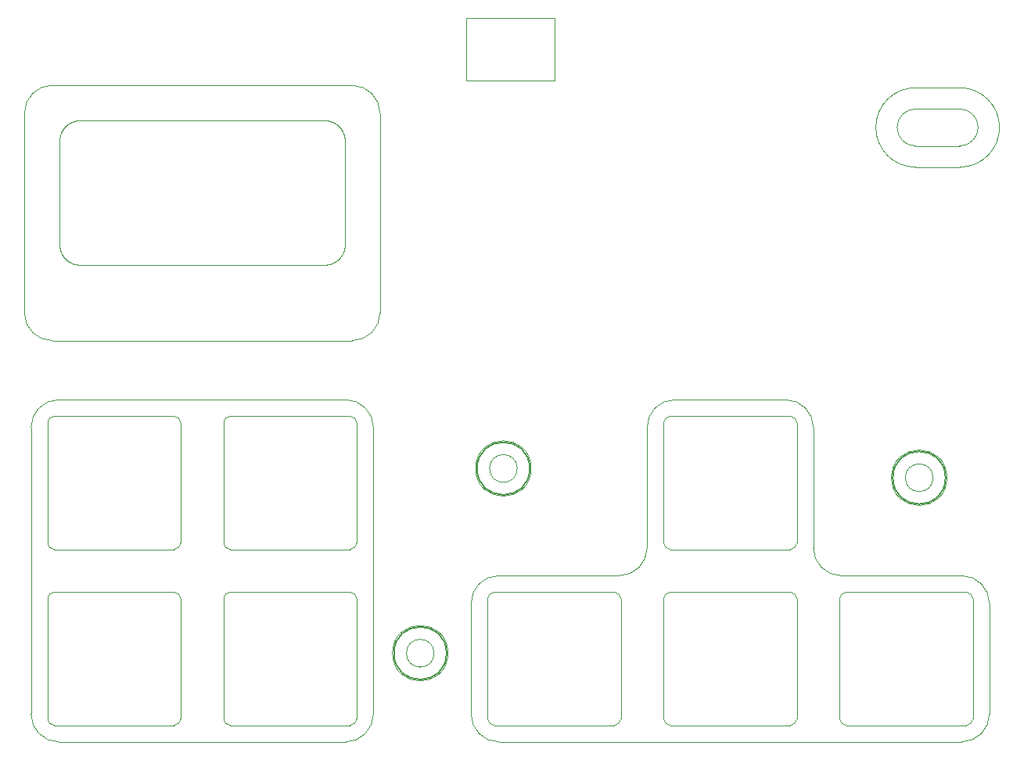
<source format=gbr>
%TF.GenerationSoftware,KiCad,Pcbnew,(6.0.8)*%
%TF.CreationDate,2022-10-08T21:09:11+11:00*%
%TF.ProjectId,KEEBPAD-MK,4b454542-5041-4442-9d4d-4b2e6b696361,1.0.0*%
%TF.SameCoordinates,PX8f0d180PY8f0d180*%
%TF.FileFunction,Other,Comment*%
%FSLAX46Y46*%
G04 Gerber Fmt 4.6, Leading zero omitted, Abs format (unit mm)*
G04 Created by KiCad (PCBNEW (6.0.8)) date 2022-10-08 21:09:11*
%MOMM*%
%LPD*%
G01*
G04 APERTURE LIST*
%ADD10C,0.010000*%
%ADD11C,0.150000*%
G04 APERTURE END LIST*
D10*
%TO.C,B1*%
X-3499999Y-26600000D02*
X-3499999Y-14600000D01*
X-14074999Y-26600000D02*
X-14074999Y4450000D01*
X-4062499Y48775000D02*
X-4062499Y42000001D01*
X-34924999Y4950000D02*
X-34924999Y-8050000D01*
X-19359999Y37688054D02*
X-45839999Y37688054D01*
X17350001Y-8050000D02*
X17350001Y4950000D01*
X49391900Y32632416D02*
X44608229Y32632416D01*
X50100001Y-27799999D02*
X37100001Y-27800000D01*
X37100001Y-13400000D02*
X50100001Y-13400000D01*
X18050001Y-13400000D02*
X31050001Y-13400000D01*
X-34924999Y-14100000D02*
X-34924999Y-27100000D01*
X36400001Y-27100001D02*
X36400001Y-14099999D01*
X-49324999Y-8050000D02*
X-49324999Y4950000D01*
X31050001Y-8750000D02*
X18050001Y-8750000D01*
X52600001Y-14600000D02*
X52600001Y-26600000D01*
X17350001Y-27100000D02*
X17350001Y-14100000D01*
X-16574999Y-27800000D02*
X-29574999Y-27799999D01*
X-499999Y-11600000D02*
X12550001Y-11600000D01*
X31750001Y4950000D02*
X31750001Y-8050000D01*
X-17159999Y24277835D02*
X-17159999Y24250000D01*
X-17074999Y7450000D02*
X-48124999Y7450000D01*
X-48624999Y-13400000D02*
X-35624999Y-13400000D01*
X-1699999Y-27100000D02*
X-1699999Y-14100000D01*
X-48039999Y35490000D02*
X-48040000Y24277835D01*
X31050001Y-27800000D02*
X18050001Y-27800000D01*
X31750001Y-14100000D02*
X31750001Y-27100000D01*
X18050001Y5650000D02*
X31050001Y5650000D01*
X-17159999Y24277835D02*
X-17159999Y35490000D01*
X-51839999Y16850000D02*
X-51839999Y38490000D01*
X-16359999Y13850000D02*
X-48839999Y13850000D01*
X49391899Y34932416D02*
X44608229Y34932416D01*
X-35624999Y-8750000D02*
X-48624999Y-8750000D01*
X-45839999Y22051946D02*
X-19359999Y22051946D01*
X-13359999Y38490000D02*
X-13359999Y16850000D01*
X5537501Y48774999D02*
X5537501Y42000000D01*
X-16574999Y-8750000D02*
X-29574999Y-8750000D01*
X12000001Y-27800000D02*
X-999999Y-27800000D01*
X-49324999Y-27100000D02*
X-49324999Y-14100000D01*
X-48124999Y-29600000D02*
X-17075000Y-29600000D01*
X-51124999Y4450000D02*
X-51124999Y-26600000D01*
X-29574998Y5650000D02*
X-16574999Y5650000D01*
X-15874999Y-14099999D02*
X-15874999Y-27100001D01*
X33550001Y4450000D02*
X33550001Y-8600000D01*
X12700001Y-14100000D02*
X12700001Y-27100000D01*
X44608229Y41232416D02*
X49391900Y41232416D01*
X3537501Y48775000D02*
X5537501Y48774999D01*
X-48840000Y41490000D02*
X-16359999Y41490000D01*
X50800001Y-14100000D02*
X50800001Y-27100000D01*
X-29574999Y-13400000D02*
X-16574999Y-13400000D01*
X49600001Y-29600000D02*
X-499999Y-29600000D01*
X-30274999Y-27100000D02*
X-30274999Y-14100000D01*
X-30274999Y-8050000D02*
X-30274999Y4950000D01*
X-48039999Y24250000D02*
X-48040000Y24277835D01*
X-999999Y-13400000D02*
X12000001Y-13400000D01*
X3537501Y48775000D02*
X-2062499Y48775000D01*
X18550001Y7450000D02*
X30550001Y7450000D01*
X-4062499Y48775000D02*
X-2062499Y48775000D01*
X36550000Y-11600000D02*
X49600001Y-11600000D01*
X-35624999Y-27799999D02*
X-48624999Y-27799999D01*
X-15874999Y4950000D02*
X-15874999Y-8049999D01*
X-48625000Y5650000D02*
X-35624998Y5650000D01*
X-4062499Y42000001D02*
X5537501Y42000001D01*
X44608229Y38932416D02*
X49391899Y38932416D01*
X15550001Y-8600000D02*
X15550001Y4450000D01*
X18050001Y-13400000D02*
G75*
G03*
X17350001Y-14100000I3J-700003D01*
G01*
X17350001Y-27100000D02*
G75*
G03*
X18050001Y-27800000I699999J-1D01*
G01*
X50800001Y-14100000D02*
G75*
G03*
X50100001Y-13400000I-700003J-3D01*
G01*
X-34925000Y-14100000D02*
G75*
G03*
X-35624999Y-13400000I-700000J0D01*
G01*
X49391899Y34932416D02*
G75*
G03*
X49391899Y38932416I17J2000000D01*
G01*
X-17075000Y-29600001D02*
G75*
G03*
X-14074999Y-26600000I0J3000001D01*
G01*
X-29574999Y-13400001D02*
G75*
G03*
X-30274999Y-14100000I-1J-699999D01*
G01*
X-30275000Y-8050000D02*
G75*
G03*
X-29574999Y-8750000I700000J0D01*
G01*
X-48624999Y-13400001D02*
G75*
G03*
X-49324999Y-14100000I-1J-699999D01*
G01*
X37100001Y-13400000D02*
G75*
G03*
X36400001Y-14099999I1J-700001D01*
G01*
X52600001Y-14600000D02*
G75*
G03*
X49600001Y-11600000I-3000001J-1D01*
G01*
X-15875000Y4950000D02*
G75*
G03*
X-16574999Y5650000I-700000J0D01*
G01*
X18550001Y7450000D02*
G75*
G03*
X15550001Y4450000I1J-3000001D01*
G01*
X-999999Y-13400000D02*
G75*
G03*
X-1699999Y-14100000I3J-700003D01*
G01*
X44608229Y41232416D02*
G75*
G03*
X44608229Y32632416I-3J-4300000D01*
G01*
X-16574999Y-8750001D02*
G75*
G03*
X-15874999Y-8049999I-1J700001D01*
G01*
X-51125000Y-26600000D02*
G75*
G03*
X-48124999Y-29600000I3000000J0D01*
G01*
X12700001Y-14100000D02*
G75*
G03*
X12000001Y-13400000I-700003J-3D01*
G01*
X-16574999Y-27800001D02*
G75*
G03*
X-15874999Y-27100001I-1J700001D01*
G01*
X33550001Y-8600000D02*
G75*
G03*
X36550000Y-11600000I2999999J-1D01*
G01*
X31750001Y-14100000D02*
G75*
G03*
X31050001Y-13400000I-700003J-3D01*
G01*
X-49325000Y-8050000D02*
G75*
G03*
X-48624999Y-8750000I700000J0D01*
G01*
X-1700000Y-27100000D02*
G75*
G03*
X-999999Y-27800000I700000J0D01*
G01*
X36400001Y-27100001D02*
G75*
G03*
X37100001Y-27800000I699999J0D01*
G01*
X-48124999Y7449999D02*
G75*
G03*
X-51124999Y4450000I-1J-2999999D01*
G01*
X-30274999Y-27100000D02*
G75*
G03*
X-29574999Y-27799999I699999J0D01*
G01*
X-3500000Y-26600000D02*
G75*
G03*
X-499999Y-29600000I3000000J0D01*
G01*
X-499999Y-11600000D02*
G75*
G03*
X-3499999Y-14600000I1J-3000001D01*
G01*
X12550001Y-11600000D02*
G75*
G03*
X15550001Y-8600000I2J2999998D01*
G01*
X-15875000Y-14099999D02*
G75*
G03*
X-16574999Y-13400000I-700000J-1D01*
G01*
X-29574998Y5649999D02*
G75*
G03*
X-30274999Y4950000I-2J-699999D01*
G01*
X-35624999Y-27800001D02*
G75*
G03*
X-34924999Y-27100000I-1J700001D01*
G01*
X12000001Y-27800000D02*
G75*
G03*
X12700001Y-27100000I1J699999D01*
G01*
X-48625000Y5649999D02*
G75*
G03*
X-49324999Y4950000I0J-699999D01*
G01*
X18050001Y5650000D02*
G75*
G03*
X17350001Y4950000I3J-700003D01*
G01*
X44608229Y38932416D02*
G75*
G03*
X44608229Y34932416I-13J-2000000D01*
G01*
X-35624999Y-8750001D02*
G75*
G03*
X-34924999Y-8050000I-1J700001D01*
G01*
X31050001Y-27800000D02*
G75*
G03*
X31750001Y-27100000I1J699999D01*
G01*
X-14075000Y4450000D02*
G75*
G03*
X-17074999Y7450000I-3000000J0D01*
G01*
X33550001Y4450000D02*
G75*
G03*
X30550001Y7450000I-3000001J-1D01*
G01*
X17350001Y-8050000D02*
G75*
G03*
X18050001Y-8750000I699999J-1D01*
G01*
X-34925000Y4950000D02*
G75*
G03*
X-35624998Y5650000I-700000J0D01*
G01*
X49391900Y32632416D02*
G75*
G03*
X49391900Y41232416I16J4300000D01*
G01*
X-49324999Y-27100000D02*
G75*
G03*
X-48624999Y-27799999I699999J0D01*
G01*
X50100001Y-27799999D02*
G75*
G03*
X50800001Y-27100000I3J699997D01*
G01*
X-48840000Y41489999D02*
G75*
G03*
X-51839999Y38490000I0J-2999999D01*
G01*
X-16359999Y13849999D02*
G75*
G03*
X-13359999Y16850000I-1J3000001D01*
G01*
X49600001Y-29600000D02*
G75*
G03*
X52600001Y-26600000I2J2999998D01*
G01*
X-13360000Y38490000D02*
G75*
G03*
X-16359999Y41490000I-3000000J0D01*
G01*
X31750001Y4950000D02*
G75*
G03*
X31050001Y5650000I-700003J-3D01*
G01*
X31050001Y-8750000D02*
G75*
G03*
X31750001Y-8050000I1J699999D01*
G01*
X-51840000Y16850000D02*
G75*
G03*
X-48839999Y13850000I3000000J0D01*
G01*
X46500001Y-1000000D02*
G75*
G03*
X46500001Y-1000000I-1500000J0D01*
G01*
X3000000Y0D02*
G75*
G03*
X3000000Y0I-3000000J0D01*
G01*
X-6000000Y-20000000D02*
G75*
G03*
X-6000000Y-20000000I-3000000J0D01*
G01*
X48000001Y-1000000D02*
G75*
G03*
X48000001Y-1000000I-3000000J0D01*
G01*
X-7500000Y-20000000D02*
G75*
G03*
X-7500000Y-20000000I-1500000J0D01*
G01*
X1500000Y0D02*
G75*
G03*
X1500000Y0I-1500000J0D01*
G01*
X-17413734Y23225208D02*
X-17423432Y23207032D01*
X-17433301Y23188948D01*
X-17443339Y23170957D01*
X-17453547Y23153061D01*
X-17463923Y23135262D01*
X-17474465Y23117560D01*
X-17485174Y23099957D01*
X-17496047Y23082456D01*
X-17507084Y23065056D01*
X-17518284Y23047761D01*
X-17529645Y23030570D01*
X-17541167Y23013486D01*
X-17552848Y22996510D01*
X-17564687Y22979643D01*
X-17576684Y22962887D01*
X-17588837Y22946244D01*
X-17601146Y22929715D01*
X-17613608Y22913301D01*
X-17626224Y22897003D01*
X-17638992Y22880824D01*
X-17651910Y22864765D01*
X-17664979Y22848827D01*
X-17678196Y22833011D01*
X-17691561Y22817320D01*
X-17705073Y22801754D01*
X-17718731Y22786315D01*
X-17732533Y22771004D01*
X-17746478Y22755823D01*
X-17760566Y22740774D01*
X-17774796Y22725857D01*
X-17789165Y22711075D01*
X-17803674Y22696428D01*
X-47396324Y37043572D02*
X-47381819Y37057943D01*
X-47367179Y37072178D01*
X-47352407Y37086276D01*
X-47337504Y37100236D01*
X-47322471Y37114056D01*
X-47307310Y37127737D01*
X-47292022Y37141277D01*
X-47276609Y37154675D01*
X-47261072Y37167929D01*
X-47245412Y37181039D01*
X-47229631Y37194004D01*
X-47213730Y37206822D01*
X-47197711Y37219493D01*
X-47181574Y37232016D01*
X-47165322Y37244388D01*
X-47148956Y37256611D01*
X-47132478Y37268681D01*
X-47115887Y37280599D01*
X-47099187Y37292364D01*
X-47082379Y37303973D01*
X-47065463Y37315427D01*
X-47048442Y37326723D01*
X-47031316Y37337862D01*
X-47014088Y37348842D01*
X-46996758Y37359661D01*
X-46979327Y37370320D01*
X-46961799Y37380816D01*
X-46944173Y37391149D01*
X-46926451Y37401318D01*
X-46908635Y37411321D01*
X-46890725Y37421158D01*
X-46872724Y37430827D01*
X-19359999Y37688054D02*
X-19326404Y37687793D01*
X-19292817Y37687012D01*
X-19259248Y37685711D01*
X-19225704Y37683893D01*
X-19192192Y37681560D01*
X-19158720Y37678714D01*
X-19125295Y37675357D01*
X-19091926Y37671490D01*
X-19058619Y37667116D01*
X-19025383Y37662236D01*
X-18992224Y37656852D01*
X-18959151Y37650967D01*
X-18926170Y37644582D01*
X-18893290Y37637699D01*
X-18860518Y37630320D01*
X-18827862Y37622447D01*
X-18795329Y37614081D01*
X-18762927Y37605225D01*
X-18730664Y37595881D01*
X-18698546Y37586050D01*
X-18666582Y37575735D01*
X-18634778Y37564937D01*
X-18603144Y37553658D01*
X-18571686Y37541901D01*
X-18540412Y37529666D01*
X-18509329Y37516956D01*
X-18478445Y37503773D01*
X-18447767Y37490119D01*
X-18417304Y37475995D01*
X-18387062Y37461404D01*
X-18357050Y37446348D01*
X-18327274Y37430827D01*
X-17160212Y35520561D02*
X-17160096Y35510534D01*
X-17160052Y35505281D01*
X-48039946Y35505281D02*
X-48039853Y35515309D01*
X-48039786Y35520561D01*
X-48039786Y35520561D02*
X-48039088Y35553106D01*
X-48037900Y35585635D01*
X-48036225Y35618142D01*
X-48034063Y35650620D01*
X-48031417Y35683063D01*
X-48028289Y35715463D01*
X-48024680Y35747813D01*
X-48020592Y35780108D01*
X-48016026Y35812338D01*
X-48010985Y35844499D01*
X-48005471Y35876583D01*
X-47999484Y35908583D01*
X-47993027Y35940492D01*
X-47986101Y35972304D01*
X-47978709Y36004011D01*
X-47970851Y36035607D01*
X-47962530Y36067085D01*
X-47953748Y36098437D01*
X-47944505Y36129658D01*
X-47934805Y36160739D01*
X-47924648Y36191675D01*
X-47914037Y36222459D01*
X-47902972Y36253083D01*
X-47891457Y36283540D01*
X-47879492Y36313825D01*
X-47867080Y36343929D01*
X-47854222Y36373847D01*
X-47840919Y36403570D01*
X-47827174Y36433093D01*
X-47812989Y36462408D01*
X-47798364Y36491509D01*
X-47783302Y36520388D01*
X-48039999Y35490000D02*
X-48039977Y35500029D01*
X-48039946Y35505281D01*
X-17160052Y35505281D02*
X-17160006Y35495253D01*
X-17159999Y35490000D01*
X-47396324Y22696428D02*
X-47410833Y22711075D01*
X-47425203Y22725858D01*
X-47439433Y22740774D01*
X-47453520Y22755824D01*
X-47467466Y22771004D01*
X-47481268Y22786315D01*
X-47494925Y22801754D01*
X-47508437Y22817320D01*
X-47521802Y22833012D01*
X-47535020Y22848827D01*
X-47548088Y22864765D01*
X-47561007Y22880825D01*
X-47573775Y22897004D01*
X-47586390Y22913301D01*
X-47598853Y22929715D01*
X-47611161Y22946244D01*
X-47623314Y22962888D01*
X-47635311Y22979643D01*
X-47647151Y22996510D01*
X-47658832Y23013486D01*
X-47670354Y23030570D01*
X-47681715Y23047761D01*
X-47692915Y23065056D01*
X-47703952Y23082456D01*
X-47714825Y23099958D01*
X-47725534Y23117560D01*
X-47736076Y23135262D01*
X-47746452Y23153061D01*
X-47756660Y23170957D01*
X-47766698Y23188948D01*
X-47776567Y23207032D01*
X-47786264Y23225208D01*
X-18332879Y22306206D02*
X-18362523Y22290862D01*
X-18392399Y22275976D01*
X-18422501Y22261550D01*
X-18452820Y22247587D01*
X-18483350Y22234089D01*
X-18514083Y22221056D01*
X-18545012Y22208492D01*
X-18576128Y22196397D01*
X-18607425Y22184775D01*
X-18638896Y22173626D01*
X-18670532Y22162952D01*
X-18702326Y22152756D01*
X-18734272Y22143039D01*
X-18766360Y22133803D01*
X-18798585Y22125050D01*
X-18830938Y22116782D01*
X-18863413Y22109001D01*
X-18896001Y22101708D01*
X-18928695Y22094906D01*
X-18961488Y22088595D01*
X-18994373Y22082779D01*
X-19027341Y22077459D01*
X-19060386Y22072637D01*
X-19093499Y22068314D01*
X-19126675Y22064493D01*
X-19159904Y22061176D01*
X-19193180Y22058363D01*
X-19226495Y22056058D01*
X-19259842Y22054262D01*
X-19293214Y22052977D01*
X-19326602Y22052204D01*
X-19359999Y22051946D01*
X-47783302Y36520388D02*
X-47773647Y36538363D01*
X-47763824Y36556247D01*
X-47753835Y36574039D01*
X-47743679Y36591737D01*
X-47733360Y36609340D01*
X-47722877Y36626847D01*
X-47712231Y36644256D01*
X-47701424Y36661566D01*
X-47690457Y36678775D01*
X-47679330Y36695883D01*
X-47668045Y36712887D01*
X-47656602Y36729786D01*
X-47645004Y36746579D01*
X-47633250Y36763264D01*
X-47621342Y36779840D01*
X-47609281Y36796305D01*
X-47597068Y36812659D01*
X-47584704Y36828900D01*
X-47572190Y36845025D01*
X-47559527Y36861035D01*
X-47546715Y36876926D01*
X-47533757Y36892699D01*
X-47520653Y36908352D01*
X-47507405Y36923882D01*
X-47494012Y36939290D01*
X-47480477Y36954573D01*
X-47466800Y36969729D01*
X-47452982Y36984759D01*
X-47439024Y36999659D01*
X-47424928Y37014429D01*
X-47410695Y37029067D01*
X-47396324Y37043572D01*
X-17416696Y36520388D02*
X-17401635Y36491509D01*
X-17387010Y36462408D01*
X-17372825Y36433093D01*
X-17359080Y36403570D01*
X-17345777Y36373846D01*
X-17332919Y36343929D01*
X-17320507Y36313824D01*
X-17308542Y36283540D01*
X-17297027Y36253082D01*
X-17285962Y36222458D01*
X-17275351Y36191675D01*
X-17265194Y36160739D01*
X-17255494Y36129657D01*
X-17246251Y36098437D01*
X-17237469Y36067084D01*
X-17229148Y36035607D01*
X-17221290Y36004011D01*
X-17213898Y35972304D01*
X-17206972Y35940492D01*
X-17200515Y35908583D01*
X-17194528Y35876583D01*
X-17189014Y35844499D01*
X-17183973Y35812338D01*
X-17179407Y35780107D01*
X-17175319Y35747813D01*
X-17171710Y35715463D01*
X-17168582Y35683063D01*
X-17165936Y35650620D01*
X-17163774Y35618142D01*
X-17162099Y35585635D01*
X-17160911Y35553106D01*
X-17160212Y35520561D01*
X-46872724Y37430827D02*
X-46842949Y37446348D01*
X-46812937Y37461404D01*
X-46782695Y37475995D01*
X-46752232Y37490119D01*
X-46721554Y37503773D01*
X-46690670Y37516956D01*
X-46659587Y37529666D01*
X-46628313Y37541901D01*
X-46596855Y37553658D01*
X-46565221Y37564937D01*
X-46533417Y37575735D01*
X-46501453Y37586050D01*
X-46469335Y37595881D01*
X-46437072Y37605225D01*
X-46404670Y37614081D01*
X-46372137Y37622447D01*
X-46339481Y37630320D01*
X-46306709Y37637699D01*
X-46273829Y37644582D01*
X-46240848Y37650967D01*
X-46207775Y37656852D01*
X-46174616Y37662236D01*
X-46141380Y37667116D01*
X-46108073Y37671490D01*
X-46074704Y37675357D01*
X-46041279Y37678714D01*
X-46007807Y37681560D01*
X-45974295Y37683893D01*
X-45940751Y37685711D01*
X-45907182Y37687012D01*
X-45873595Y37687793D01*
X-45839999Y37688054D01*
X-17803674Y37043572D02*
X-17789304Y37029067D01*
X-17775071Y37014429D01*
X-17760975Y36999659D01*
X-17747017Y36984759D01*
X-17733199Y36969729D01*
X-17719522Y36954573D01*
X-17705987Y36939290D01*
X-17692594Y36923882D01*
X-17679346Y36908352D01*
X-17666242Y36892699D01*
X-17653284Y36876926D01*
X-17640472Y36861035D01*
X-17627809Y36845025D01*
X-17615295Y36828900D01*
X-17602931Y36812659D01*
X-17590718Y36796305D01*
X-17578657Y36779840D01*
X-17566749Y36763264D01*
X-17554995Y36746579D01*
X-17543397Y36729786D01*
X-17531954Y36712887D01*
X-17520669Y36695883D01*
X-17509542Y36678775D01*
X-17498575Y36661566D01*
X-17487768Y36644256D01*
X-17477122Y36626847D01*
X-17466639Y36609340D01*
X-17456320Y36591737D01*
X-17446164Y36574039D01*
X-17436175Y36556247D01*
X-17426352Y36538363D01*
X-17416696Y36520388D01*
X-17159999Y24250000D02*
X-17160257Y24216691D01*
X-17161027Y24183391D01*
X-17162308Y24150108D01*
X-17164099Y24116848D01*
X-17166397Y24083620D01*
X-17169202Y24050430D01*
X-17172510Y24017287D01*
X-17176320Y23984196D01*
X-17180631Y23951167D01*
X-17185440Y23918206D01*
X-17190747Y23885320D01*
X-17196548Y23852517D01*
X-17202842Y23819804D01*
X-17209628Y23787189D01*
X-17216903Y23754679D01*
X-17224666Y23722281D01*
X-17232915Y23690003D01*
X-17241648Y23657852D01*
X-17250864Y23625836D01*
X-17260560Y23593961D01*
X-17270734Y23562235D01*
X-17281386Y23530666D01*
X-17292512Y23499261D01*
X-17304112Y23468028D01*
X-17316184Y23436973D01*
X-17328725Y23406103D01*
X-17341734Y23375428D01*
X-17355209Y23344953D01*
X-17369149Y23314686D01*
X-17383551Y23284635D01*
X-17398413Y23254807D01*
X-17413734Y23225208D01*
X-45839999Y22051946D02*
X-45873397Y22052204D01*
X-45906785Y22052977D01*
X-45940157Y22054262D01*
X-45973504Y22056058D01*
X-46006819Y22058363D01*
X-46040095Y22061176D01*
X-46073325Y22064493D01*
X-46106500Y22068314D01*
X-46139614Y22072637D01*
X-46172658Y22077459D01*
X-46205627Y22082779D01*
X-46238511Y22088595D01*
X-46271304Y22094906D01*
X-46303998Y22101708D01*
X-46336586Y22109001D01*
X-46369061Y22116782D01*
X-46401414Y22125050D01*
X-46433639Y22133803D01*
X-46465728Y22143039D01*
X-46497673Y22152756D01*
X-46529468Y22162952D01*
X-46561104Y22173626D01*
X-46592574Y22184775D01*
X-46623871Y22196397D01*
X-46654988Y22208492D01*
X-46685916Y22221056D01*
X-46716649Y22234089D01*
X-46747179Y22247587D01*
X-46777498Y22261550D01*
X-46807600Y22275976D01*
X-46837476Y22290862D01*
X-46867119Y22306206D01*
X-17803674Y22696428D02*
X-17818321Y22681919D01*
X-17833105Y22667548D01*
X-17848023Y22653317D01*
X-17863075Y22639227D01*
X-17878259Y22625278D01*
X-17893574Y22611472D01*
X-17909019Y22597810D01*
X-17924591Y22584293D01*
X-17940289Y22570922D01*
X-17956112Y22557699D01*
X-17972059Y22544623D01*
X-17988127Y22531697D01*
X-18004317Y22518922D01*
X-18020625Y22506298D01*
X-18037051Y22493826D01*
X-18053593Y22481508D01*
X-18070250Y22469345D01*
X-18087020Y22457338D01*
X-18103901Y22445488D01*
X-18120894Y22433796D01*
X-18137995Y22422262D01*
X-18155203Y22410889D01*
X-18172518Y22399678D01*
X-18189937Y22388628D01*
X-18207459Y22377742D01*
X-18225083Y22367021D01*
X-18242807Y22356465D01*
X-18260630Y22346075D01*
X-18278550Y22335854D01*
X-18296566Y22325801D01*
X-18314676Y22315918D01*
X-18332879Y22306206D01*
X-46867119Y22306206D02*
X-46885323Y22315918D01*
X-46903433Y22325801D01*
X-46921449Y22335854D01*
X-46939369Y22346075D01*
X-46957192Y22356465D01*
X-46974916Y22367021D01*
X-46992539Y22377742D01*
X-47010062Y22388628D01*
X-47027481Y22399678D01*
X-47044795Y22410889D01*
X-47062004Y22422262D01*
X-47079105Y22433796D01*
X-47096097Y22445488D01*
X-47112979Y22457338D01*
X-47129749Y22469345D01*
X-47146405Y22481508D01*
X-47162948Y22493826D01*
X-47179373Y22506298D01*
X-47195682Y22518922D01*
X-47211871Y22531697D01*
X-47227939Y22544623D01*
X-47243886Y22557699D01*
X-47259709Y22570922D01*
X-47275408Y22584293D01*
X-47290980Y22597810D01*
X-47306424Y22611472D01*
X-47321739Y22625278D01*
X-47336923Y22639227D01*
X-47351975Y22653317D01*
X-47366894Y22667548D01*
X-47381677Y22681919D01*
X-47396324Y22696428D01*
X-47786264Y23225208D02*
X-47801586Y23254807D01*
X-47816448Y23284635D01*
X-47830850Y23314686D01*
X-47844790Y23344953D01*
X-47858265Y23375428D01*
X-47871274Y23406103D01*
X-47883815Y23436973D01*
X-47895887Y23468028D01*
X-47907487Y23499261D01*
X-47918613Y23530666D01*
X-47929265Y23562235D01*
X-47939439Y23593961D01*
X-47949135Y23625836D01*
X-47958351Y23657852D01*
X-47967084Y23690003D01*
X-47975333Y23722281D01*
X-47983096Y23754679D01*
X-47990371Y23787189D01*
X-47997157Y23819804D01*
X-48003451Y23852517D01*
X-48009252Y23885320D01*
X-48014559Y23918206D01*
X-48019368Y23951167D01*
X-48023679Y23984196D01*
X-48027489Y24017287D01*
X-48030797Y24050430D01*
X-48033602Y24083620D01*
X-48035900Y24116848D01*
X-48037691Y24150108D01*
X-48038972Y24183391D01*
X-48039742Y24216691D01*
X-48039999Y24250000D01*
X-18327274Y37430827D02*
X-18309274Y37421158D01*
X-18291364Y37411321D01*
X-18273548Y37401318D01*
X-18255826Y37391149D01*
X-18238200Y37380816D01*
X-18220672Y37370320D01*
X-18203241Y37359661D01*
X-18185911Y37348842D01*
X-18168683Y37337862D01*
X-18151557Y37326723D01*
X-18134536Y37315427D01*
X-18117620Y37303973D01*
X-18100812Y37292364D01*
X-18084112Y37280599D01*
X-18067521Y37268681D01*
X-18051043Y37256611D01*
X-18034677Y37244388D01*
X-18018425Y37232016D01*
X-18002288Y37219493D01*
X-17986269Y37206822D01*
X-17970368Y37194004D01*
X-17954587Y37181039D01*
X-17938927Y37167929D01*
X-17923390Y37154675D01*
X-17907977Y37141277D01*
X-17892689Y37127737D01*
X-17877528Y37114056D01*
X-17862495Y37100236D01*
X-17847592Y37086276D01*
X-17832820Y37072178D01*
X-17818180Y37057943D01*
X-17803674Y37043572D01*
D11*
%TO.C,H1*%
X-6150000Y-20000000D02*
G75*
G03*
X-6150000Y-20000000I-2850000J0D01*
G01*
%TO.C,H2*%
X47850000Y-1000000D02*
G75*
G03*
X47850000Y-1000000I-2850000J0D01*
G01*
%TO.C,H3*%
X2850000Y0D02*
G75*
G03*
X2850000Y0I-2850000J0D01*
G01*
%TD*%
M02*

</source>
